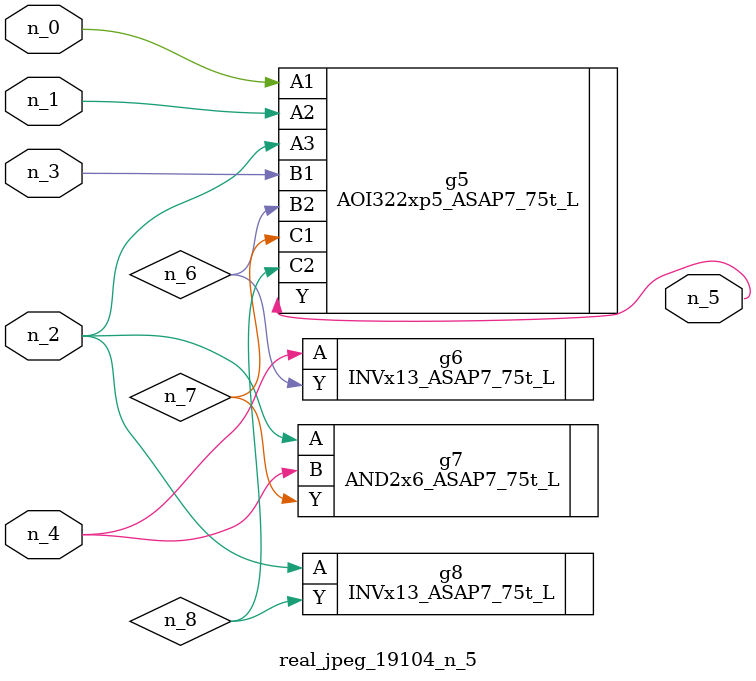
<source format=v>
module real_jpeg_19104_n_5 (n_4, n_0, n_1, n_2, n_3, n_5);

input n_4;
input n_0;
input n_1;
input n_2;
input n_3;

output n_5;

wire n_8;
wire n_6;
wire n_7;

AOI322xp5_ASAP7_75t_L g5 ( 
.A1(n_0),
.A2(n_1),
.A3(n_2),
.B1(n_3),
.B2(n_6),
.C1(n_7),
.C2(n_8),
.Y(n_5)
);

AND2x6_ASAP7_75t_L g7 ( 
.A(n_2),
.B(n_4),
.Y(n_7)
);

INVx13_ASAP7_75t_L g8 ( 
.A(n_2),
.Y(n_8)
);

INVx13_ASAP7_75t_L g6 ( 
.A(n_4),
.Y(n_6)
);


endmodule
</source>
